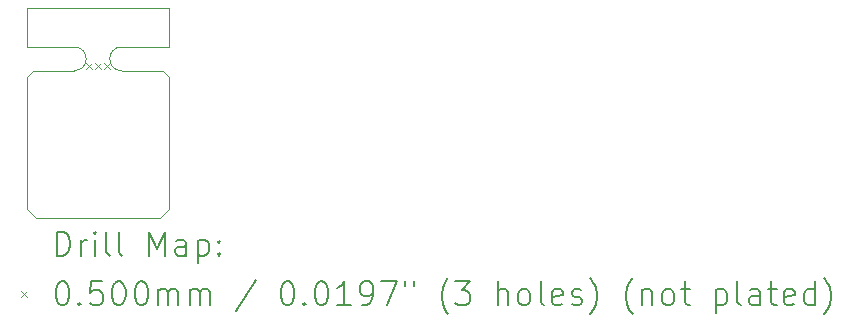
<source format=gbr>
%TF.GenerationSoftware,KiCad,Pcbnew,(6.0.8)*%
%TF.CreationDate,2022-12-19T21:27:54+01:00*%
%TF.ProjectId,Genna,47656e6e-612e-46b6-9963-61645f706362,rev?*%
%TF.SameCoordinates,Original*%
%TF.FileFunction,Drillmap*%
%TF.FilePolarity,Positive*%
%FSLAX45Y45*%
G04 Gerber Fmt 4.5, Leading zero omitted, Abs format (unit mm)*
G04 Created by KiCad (PCBNEW (6.0.8)) date 2022-12-19 21:27:54*
%MOMM*%
%LPD*%
G01*
G04 APERTURE LIST*
%ADD10C,0.100000*%
%ADD11C,0.200000*%
%ADD12C,0.050000*%
G04 APERTURE END LIST*
D10*
X12890000Y-7400000D02*
X13240000Y-7400000D01*
X14040000Y-7450000D02*
X13990000Y-7400000D01*
X13640000Y-7200000D02*
G75*
G03*
X13640000Y-7400000I0J-100000D01*
G01*
X14040000Y-6870000D02*
X12840000Y-6870000D01*
X14040000Y-8575000D02*
X14040000Y-7450000D01*
X12840000Y-7450000D02*
X12840000Y-8575000D01*
X12890000Y-7400000D02*
X12840000Y-7450000D01*
X12840000Y-8575000D02*
X12915000Y-8650000D01*
X12915000Y-8650000D02*
X13965000Y-8650000D01*
X13640000Y-7200000D02*
X14040000Y-7200000D01*
X13965000Y-8650000D02*
X14040000Y-8575000D01*
X13240000Y-7400000D02*
G75*
G03*
X13240000Y-7200000I0J100000D01*
G01*
X13990000Y-7400000D02*
X13640000Y-7400000D01*
X14040000Y-7200000D02*
X14040000Y-6870000D01*
X12840000Y-6870000D02*
X12840000Y-7200000D01*
X13240000Y-7200000D02*
X12840000Y-7200000D01*
D11*
D12*
X13340000Y-7335000D02*
X13390000Y-7385000D01*
X13390000Y-7335000D02*
X13340000Y-7385000D01*
X13415000Y-7335000D02*
X13465000Y-7385000D01*
X13465000Y-7335000D02*
X13415000Y-7385000D01*
X13490000Y-7335000D02*
X13540000Y-7385000D01*
X13540000Y-7335000D02*
X13490000Y-7385000D01*
D11*
X13092619Y-8965476D02*
X13092619Y-8765476D01*
X13140238Y-8765476D01*
X13168809Y-8775000D01*
X13187857Y-8794048D01*
X13197381Y-8813095D01*
X13206905Y-8851190D01*
X13206905Y-8879762D01*
X13197381Y-8917857D01*
X13187857Y-8936905D01*
X13168809Y-8955952D01*
X13140238Y-8965476D01*
X13092619Y-8965476D01*
X13292619Y-8965476D02*
X13292619Y-8832143D01*
X13292619Y-8870238D02*
X13302143Y-8851190D01*
X13311667Y-8841667D01*
X13330714Y-8832143D01*
X13349762Y-8832143D01*
X13416428Y-8965476D02*
X13416428Y-8832143D01*
X13416428Y-8765476D02*
X13406905Y-8775000D01*
X13416428Y-8784524D01*
X13425952Y-8775000D01*
X13416428Y-8765476D01*
X13416428Y-8784524D01*
X13540238Y-8965476D02*
X13521190Y-8955952D01*
X13511667Y-8936905D01*
X13511667Y-8765476D01*
X13645000Y-8965476D02*
X13625952Y-8955952D01*
X13616428Y-8936905D01*
X13616428Y-8765476D01*
X13873571Y-8965476D02*
X13873571Y-8765476D01*
X13940238Y-8908333D01*
X14006905Y-8765476D01*
X14006905Y-8965476D01*
X14187857Y-8965476D02*
X14187857Y-8860714D01*
X14178333Y-8841667D01*
X14159286Y-8832143D01*
X14121190Y-8832143D01*
X14102143Y-8841667D01*
X14187857Y-8955952D02*
X14168809Y-8965476D01*
X14121190Y-8965476D01*
X14102143Y-8955952D01*
X14092619Y-8936905D01*
X14092619Y-8917857D01*
X14102143Y-8898810D01*
X14121190Y-8889286D01*
X14168809Y-8889286D01*
X14187857Y-8879762D01*
X14283095Y-8832143D02*
X14283095Y-9032143D01*
X14283095Y-8841667D02*
X14302143Y-8832143D01*
X14340238Y-8832143D01*
X14359286Y-8841667D01*
X14368809Y-8851190D01*
X14378333Y-8870238D01*
X14378333Y-8927381D01*
X14368809Y-8946429D01*
X14359286Y-8955952D01*
X14340238Y-8965476D01*
X14302143Y-8965476D01*
X14283095Y-8955952D01*
X14464048Y-8946429D02*
X14473571Y-8955952D01*
X14464048Y-8965476D01*
X14454524Y-8955952D01*
X14464048Y-8946429D01*
X14464048Y-8965476D01*
X14464048Y-8841667D02*
X14473571Y-8851190D01*
X14464048Y-8860714D01*
X14454524Y-8851190D01*
X14464048Y-8841667D01*
X14464048Y-8860714D01*
D12*
X12785000Y-9270000D02*
X12835000Y-9320000D01*
X12835000Y-9270000D02*
X12785000Y-9320000D01*
D11*
X13130714Y-9185476D02*
X13149762Y-9185476D01*
X13168809Y-9195000D01*
X13178333Y-9204524D01*
X13187857Y-9223571D01*
X13197381Y-9261667D01*
X13197381Y-9309286D01*
X13187857Y-9347381D01*
X13178333Y-9366429D01*
X13168809Y-9375952D01*
X13149762Y-9385476D01*
X13130714Y-9385476D01*
X13111667Y-9375952D01*
X13102143Y-9366429D01*
X13092619Y-9347381D01*
X13083095Y-9309286D01*
X13083095Y-9261667D01*
X13092619Y-9223571D01*
X13102143Y-9204524D01*
X13111667Y-9195000D01*
X13130714Y-9185476D01*
X13283095Y-9366429D02*
X13292619Y-9375952D01*
X13283095Y-9385476D01*
X13273571Y-9375952D01*
X13283095Y-9366429D01*
X13283095Y-9385476D01*
X13473571Y-9185476D02*
X13378333Y-9185476D01*
X13368809Y-9280714D01*
X13378333Y-9271190D01*
X13397381Y-9261667D01*
X13445000Y-9261667D01*
X13464048Y-9271190D01*
X13473571Y-9280714D01*
X13483095Y-9299762D01*
X13483095Y-9347381D01*
X13473571Y-9366429D01*
X13464048Y-9375952D01*
X13445000Y-9385476D01*
X13397381Y-9385476D01*
X13378333Y-9375952D01*
X13368809Y-9366429D01*
X13606905Y-9185476D02*
X13625952Y-9185476D01*
X13645000Y-9195000D01*
X13654524Y-9204524D01*
X13664048Y-9223571D01*
X13673571Y-9261667D01*
X13673571Y-9309286D01*
X13664048Y-9347381D01*
X13654524Y-9366429D01*
X13645000Y-9375952D01*
X13625952Y-9385476D01*
X13606905Y-9385476D01*
X13587857Y-9375952D01*
X13578333Y-9366429D01*
X13568809Y-9347381D01*
X13559286Y-9309286D01*
X13559286Y-9261667D01*
X13568809Y-9223571D01*
X13578333Y-9204524D01*
X13587857Y-9195000D01*
X13606905Y-9185476D01*
X13797381Y-9185476D02*
X13816428Y-9185476D01*
X13835476Y-9195000D01*
X13845000Y-9204524D01*
X13854524Y-9223571D01*
X13864048Y-9261667D01*
X13864048Y-9309286D01*
X13854524Y-9347381D01*
X13845000Y-9366429D01*
X13835476Y-9375952D01*
X13816428Y-9385476D01*
X13797381Y-9385476D01*
X13778333Y-9375952D01*
X13768809Y-9366429D01*
X13759286Y-9347381D01*
X13749762Y-9309286D01*
X13749762Y-9261667D01*
X13759286Y-9223571D01*
X13768809Y-9204524D01*
X13778333Y-9195000D01*
X13797381Y-9185476D01*
X13949762Y-9385476D02*
X13949762Y-9252143D01*
X13949762Y-9271190D02*
X13959286Y-9261667D01*
X13978333Y-9252143D01*
X14006905Y-9252143D01*
X14025952Y-9261667D01*
X14035476Y-9280714D01*
X14035476Y-9385476D01*
X14035476Y-9280714D02*
X14045000Y-9261667D01*
X14064048Y-9252143D01*
X14092619Y-9252143D01*
X14111667Y-9261667D01*
X14121190Y-9280714D01*
X14121190Y-9385476D01*
X14216428Y-9385476D02*
X14216428Y-9252143D01*
X14216428Y-9271190D02*
X14225952Y-9261667D01*
X14245000Y-9252143D01*
X14273571Y-9252143D01*
X14292619Y-9261667D01*
X14302143Y-9280714D01*
X14302143Y-9385476D01*
X14302143Y-9280714D02*
X14311667Y-9261667D01*
X14330714Y-9252143D01*
X14359286Y-9252143D01*
X14378333Y-9261667D01*
X14387857Y-9280714D01*
X14387857Y-9385476D01*
X14778333Y-9175952D02*
X14606905Y-9433095D01*
X15035476Y-9185476D02*
X15054524Y-9185476D01*
X15073571Y-9195000D01*
X15083095Y-9204524D01*
X15092619Y-9223571D01*
X15102143Y-9261667D01*
X15102143Y-9309286D01*
X15092619Y-9347381D01*
X15083095Y-9366429D01*
X15073571Y-9375952D01*
X15054524Y-9385476D01*
X15035476Y-9385476D01*
X15016428Y-9375952D01*
X15006905Y-9366429D01*
X14997381Y-9347381D01*
X14987857Y-9309286D01*
X14987857Y-9261667D01*
X14997381Y-9223571D01*
X15006905Y-9204524D01*
X15016428Y-9195000D01*
X15035476Y-9185476D01*
X15187857Y-9366429D02*
X15197381Y-9375952D01*
X15187857Y-9385476D01*
X15178333Y-9375952D01*
X15187857Y-9366429D01*
X15187857Y-9385476D01*
X15321190Y-9185476D02*
X15340238Y-9185476D01*
X15359286Y-9195000D01*
X15368809Y-9204524D01*
X15378333Y-9223571D01*
X15387857Y-9261667D01*
X15387857Y-9309286D01*
X15378333Y-9347381D01*
X15368809Y-9366429D01*
X15359286Y-9375952D01*
X15340238Y-9385476D01*
X15321190Y-9385476D01*
X15302143Y-9375952D01*
X15292619Y-9366429D01*
X15283095Y-9347381D01*
X15273571Y-9309286D01*
X15273571Y-9261667D01*
X15283095Y-9223571D01*
X15292619Y-9204524D01*
X15302143Y-9195000D01*
X15321190Y-9185476D01*
X15578333Y-9385476D02*
X15464048Y-9385476D01*
X15521190Y-9385476D02*
X15521190Y-9185476D01*
X15502143Y-9214048D01*
X15483095Y-9233095D01*
X15464048Y-9242619D01*
X15673571Y-9385476D02*
X15711667Y-9385476D01*
X15730714Y-9375952D01*
X15740238Y-9366429D01*
X15759286Y-9337857D01*
X15768809Y-9299762D01*
X15768809Y-9223571D01*
X15759286Y-9204524D01*
X15749762Y-9195000D01*
X15730714Y-9185476D01*
X15692619Y-9185476D01*
X15673571Y-9195000D01*
X15664048Y-9204524D01*
X15654524Y-9223571D01*
X15654524Y-9271190D01*
X15664048Y-9290238D01*
X15673571Y-9299762D01*
X15692619Y-9309286D01*
X15730714Y-9309286D01*
X15749762Y-9299762D01*
X15759286Y-9290238D01*
X15768809Y-9271190D01*
X15835476Y-9185476D02*
X15968809Y-9185476D01*
X15883095Y-9385476D01*
X16035476Y-9185476D02*
X16035476Y-9223571D01*
X16111667Y-9185476D02*
X16111667Y-9223571D01*
X16406905Y-9461667D02*
X16397381Y-9452143D01*
X16378333Y-9423571D01*
X16368809Y-9404524D01*
X16359286Y-9375952D01*
X16349762Y-9328333D01*
X16349762Y-9290238D01*
X16359286Y-9242619D01*
X16368809Y-9214048D01*
X16378333Y-9195000D01*
X16397381Y-9166429D01*
X16406905Y-9156905D01*
X16464048Y-9185476D02*
X16587857Y-9185476D01*
X16521190Y-9261667D01*
X16549762Y-9261667D01*
X16568809Y-9271190D01*
X16578333Y-9280714D01*
X16587857Y-9299762D01*
X16587857Y-9347381D01*
X16578333Y-9366429D01*
X16568809Y-9375952D01*
X16549762Y-9385476D01*
X16492619Y-9385476D01*
X16473571Y-9375952D01*
X16464048Y-9366429D01*
X16825952Y-9385476D02*
X16825952Y-9185476D01*
X16911667Y-9385476D02*
X16911667Y-9280714D01*
X16902143Y-9261667D01*
X16883095Y-9252143D01*
X16854524Y-9252143D01*
X16835476Y-9261667D01*
X16825952Y-9271190D01*
X17035476Y-9385476D02*
X17016429Y-9375952D01*
X17006905Y-9366429D01*
X16997381Y-9347381D01*
X16997381Y-9290238D01*
X17006905Y-9271190D01*
X17016429Y-9261667D01*
X17035476Y-9252143D01*
X17064048Y-9252143D01*
X17083095Y-9261667D01*
X17092619Y-9271190D01*
X17102143Y-9290238D01*
X17102143Y-9347381D01*
X17092619Y-9366429D01*
X17083095Y-9375952D01*
X17064048Y-9385476D01*
X17035476Y-9385476D01*
X17216429Y-9385476D02*
X17197381Y-9375952D01*
X17187857Y-9356905D01*
X17187857Y-9185476D01*
X17368810Y-9375952D02*
X17349762Y-9385476D01*
X17311667Y-9385476D01*
X17292619Y-9375952D01*
X17283095Y-9356905D01*
X17283095Y-9280714D01*
X17292619Y-9261667D01*
X17311667Y-9252143D01*
X17349762Y-9252143D01*
X17368810Y-9261667D01*
X17378333Y-9280714D01*
X17378333Y-9299762D01*
X17283095Y-9318810D01*
X17454524Y-9375952D02*
X17473571Y-9385476D01*
X17511667Y-9385476D01*
X17530714Y-9375952D01*
X17540238Y-9356905D01*
X17540238Y-9347381D01*
X17530714Y-9328333D01*
X17511667Y-9318810D01*
X17483095Y-9318810D01*
X17464048Y-9309286D01*
X17454524Y-9290238D01*
X17454524Y-9280714D01*
X17464048Y-9261667D01*
X17483095Y-9252143D01*
X17511667Y-9252143D01*
X17530714Y-9261667D01*
X17606905Y-9461667D02*
X17616429Y-9452143D01*
X17635476Y-9423571D01*
X17645000Y-9404524D01*
X17654524Y-9375952D01*
X17664048Y-9328333D01*
X17664048Y-9290238D01*
X17654524Y-9242619D01*
X17645000Y-9214048D01*
X17635476Y-9195000D01*
X17616429Y-9166429D01*
X17606905Y-9156905D01*
X17968810Y-9461667D02*
X17959286Y-9452143D01*
X17940238Y-9423571D01*
X17930714Y-9404524D01*
X17921190Y-9375952D01*
X17911667Y-9328333D01*
X17911667Y-9290238D01*
X17921190Y-9242619D01*
X17930714Y-9214048D01*
X17940238Y-9195000D01*
X17959286Y-9166429D01*
X17968810Y-9156905D01*
X18045000Y-9252143D02*
X18045000Y-9385476D01*
X18045000Y-9271190D02*
X18054524Y-9261667D01*
X18073571Y-9252143D01*
X18102143Y-9252143D01*
X18121190Y-9261667D01*
X18130714Y-9280714D01*
X18130714Y-9385476D01*
X18254524Y-9385476D02*
X18235476Y-9375952D01*
X18225952Y-9366429D01*
X18216429Y-9347381D01*
X18216429Y-9290238D01*
X18225952Y-9271190D01*
X18235476Y-9261667D01*
X18254524Y-9252143D01*
X18283095Y-9252143D01*
X18302143Y-9261667D01*
X18311667Y-9271190D01*
X18321190Y-9290238D01*
X18321190Y-9347381D01*
X18311667Y-9366429D01*
X18302143Y-9375952D01*
X18283095Y-9385476D01*
X18254524Y-9385476D01*
X18378333Y-9252143D02*
X18454524Y-9252143D01*
X18406905Y-9185476D02*
X18406905Y-9356905D01*
X18416429Y-9375952D01*
X18435476Y-9385476D01*
X18454524Y-9385476D01*
X18673571Y-9252143D02*
X18673571Y-9452143D01*
X18673571Y-9261667D02*
X18692619Y-9252143D01*
X18730714Y-9252143D01*
X18749762Y-9261667D01*
X18759286Y-9271190D01*
X18768810Y-9290238D01*
X18768810Y-9347381D01*
X18759286Y-9366429D01*
X18749762Y-9375952D01*
X18730714Y-9385476D01*
X18692619Y-9385476D01*
X18673571Y-9375952D01*
X18883095Y-9385476D02*
X18864048Y-9375952D01*
X18854524Y-9356905D01*
X18854524Y-9185476D01*
X19045000Y-9385476D02*
X19045000Y-9280714D01*
X19035476Y-9261667D01*
X19016429Y-9252143D01*
X18978333Y-9252143D01*
X18959286Y-9261667D01*
X19045000Y-9375952D02*
X19025952Y-9385476D01*
X18978333Y-9385476D01*
X18959286Y-9375952D01*
X18949762Y-9356905D01*
X18949762Y-9337857D01*
X18959286Y-9318810D01*
X18978333Y-9309286D01*
X19025952Y-9309286D01*
X19045000Y-9299762D01*
X19111667Y-9252143D02*
X19187857Y-9252143D01*
X19140238Y-9185476D02*
X19140238Y-9356905D01*
X19149762Y-9375952D01*
X19168810Y-9385476D01*
X19187857Y-9385476D01*
X19330714Y-9375952D02*
X19311667Y-9385476D01*
X19273571Y-9385476D01*
X19254524Y-9375952D01*
X19245000Y-9356905D01*
X19245000Y-9280714D01*
X19254524Y-9261667D01*
X19273571Y-9252143D01*
X19311667Y-9252143D01*
X19330714Y-9261667D01*
X19340238Y-9280714D01*
X19340238Y-9299762D01*
X19245000Y-9318810D01*
X19511667Y-9385476D02*
X19511667Y-9185476D01*
X19511667Y-9375952D02*
X19492619Y-9385476D01*
X19454524Y-9385476D01*
X19435476Y-9375952D01*
X19425952Y-9366429D01*
X19416429Y-9347381D01*
X19416429Y-9290238D01*
X19425952Y-9271190D01*
X19435476Y-9261667D01*
X19454524Y-9252143D01*
X19492619Y-9252143D01*
X19511667Y-9261667D01*
X19587857Y-9461667D02*
X19597381Y-9452143D01*
X19616429Y-9423571D01*
X19625952Y-9404524D01*
X19635476Y-9375952D01*
X19645000Y-9328333D01*
X19645000Y-9290238D01*
X19635476Y-9242619D01*
X19625952Y-9214048D01*
X19616429Y-9195000D01*
X19597381Y-9166429D01*
X19587857Y-9156905D01*
M02*

</source>
